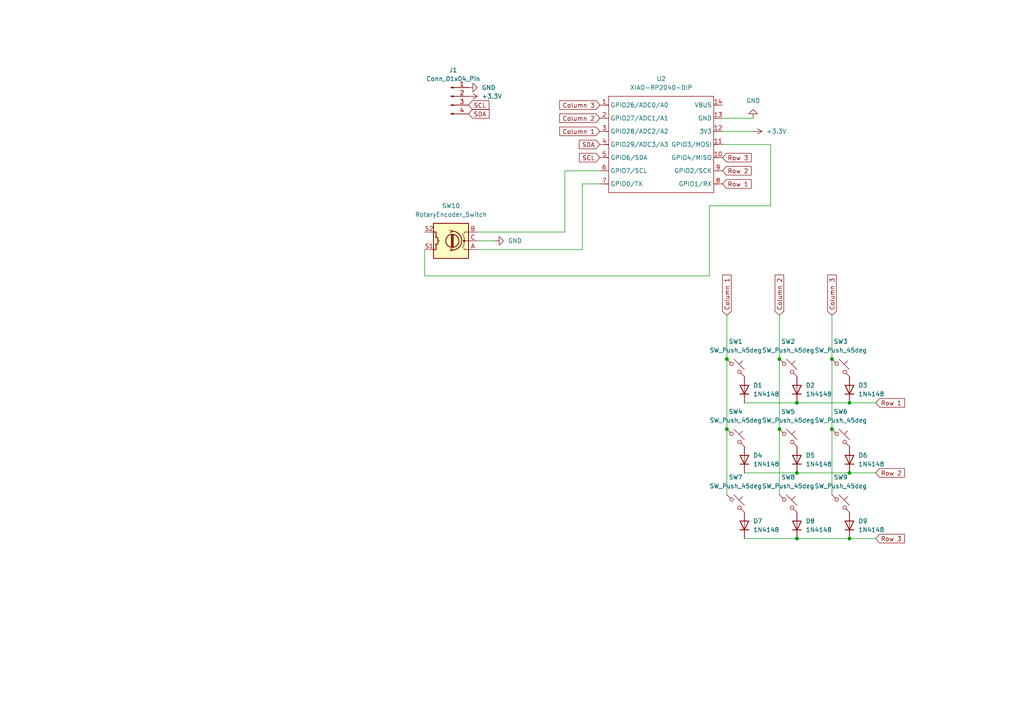
<source format=kicad_sch>
(kicad_sch
	(version 20231120)
	(generator "eeschema")
	(generator_version "8.0")
	(uuid "24e98e3e-f187-44d4-9521-89bc84b9133a")
	(paper "A4")
	(lib_symbols
		(symbol "Connector:Conn_01x04_Pin"
			(pin_names
				(offset 1.016) hide)
			(exclude_from_sim no)
			(in_bom yes)
			(on_board yes)
			(property "Reference" "J"
				(at 0 5.08 0)
				(effects
					(font
						(size 1.27 1.27)
					)
				)
			)
			(property "Value" "Conn_01x04_Pin"
				(at 0 -7.62 0)
				(effects
					(font
						(size 1.27 1.27)
					)
				)
			)
			(property "Footprint" ""
				(at 0 0 0)
				(effects
					(font
						(size 1.27 1.27)
					)
					(hide yes)
				)
			)
			(property "Datasheet" "~"
				(at 0 0 0)
				(effects
					(font
						(size 1.27 1.27)
					)
					(hide yes)
				)
			)
			(property "Description" "Generic connector, single row, 01x04, script generated"
				(at 0 0 0)
				(effects
					(font
						(size 1.27 1.27)
					)
					(hide yes)
				)
			)
			(property "ki_locked" ""
				(at 0 0 0)
				(effects
					(font
						(size 1.27 1.27)
					)
				)
			)
			(property "ki_keywords" "connector"
				(at 0 0 0)
				(effects
					(font
						(size 1.27 1.27)
					)
					(hide yes)
				)
			)
			(property "ki_fp_filters" "Connector*:*_1x??_*"
				(at 0 0 0)
				(effects
					(font
						(size 1.27 1.27)
					)
					(hide yes)
				)
			)
			(symbol "Conn_01x04_Pin_1_1"
				(polyline
					(pts
						(xy 1.27 -5.08) (xy 0.8636 -5.08)
					)
					(stroke
						(width 0.1524)
						(type default)
					)
					(fill
						(type none)
					)
				)
				(polyline
					(pts
						(xy 1.27 -2.54) (xy 0.8636 -2.54)
					)
					(stroke
						(width 0.1524)
						(type default)
					)
					(fill
						(type none)
					)
				)
				(polyline
					(pts
						(xy 1.27 0) (xy 0.8636 0)
					)
					(stroke
						(width 0.1524)
						(type default)
					)
					(fill
						(type none)
					)
				)
				(polyline
					(pts
						(xy 1.27 2.54) (xy 0.8636 2.54)
					)
					(stroke
						(width 0.1524)
						(type default)
					)
					(fill
						(type none)
					)
				)
				(rectangle
					(start 0.8636 -4.953)
					(end 0 -5.207)
					(stroke
						(width 0.1524)
						(type default)
					)
					(fill
						(type outline)
					)
				)
				(rectangle
					(start 0.8636 -2.413)
					(end 0 -2.667)
					(stroke
						(width 0.1524)
						(type default)
					)
					(fill
						(type outline)
					)
				)
				(rectangle
					(start 0.8636 0.127)
					(end 0 -0.127)
					(stroke
						(width 0.1524)
						(type default)
					)
					(fill
						(type outline)
					)
				)
				(rectangle
					(start 0.8636 2.667)
					(end 0 2.413)
					(stroke
						(width 0.1524)
						(type default)
					)
					(fill
						(type outline)
					)
				)
				(pin passive line
					(at 5.08 2.54 180)
					(length 3.81)
					(name "Pin_1"
						(effects
							(font
								(size 1.27 1.27)
							)
						)
					)
					(number "1"
						(effects
							(font
								(size 1.27 1.27)
							)
						)
					)
				)
				(pin passive line
					(at 5.08 0 180)
					(length 3.81)
					(name "Pin_2"
						(effects
							(font
								(size 1.27 1.27)
							)
						)
					)
					(number "2"
						(effects
							(font
								(size 1.27 1.27)
							)
						)
					)
				)
				(pin passive line
					(at 5.08 -2.54 180)
					(length 3.81)
					(name "Pin_3"
						(effects
							(font
								(size 1.27 1.27)
							)
						)
					)
					(number "3"
						(effects
							(font
								(size 1.27 1.27)
							)
						)
					)
				)
				(pin passive line
					(at 5.08 -5.08 180)
					(length 3.81)
					(name "Pin_4"
						(effects
							(font
								(size 1.27 1.27)
							)
						)
					)
					(number "4"
						(effects
							(font
								(size 1.27 1.27)
							)
						)
					)
				)
			)
		)
		(symbol "Device:RotaryEncoder_Switch"
			(pin_names
				(offset 0.254) hide)
			(exclude_from_sim no)
			(in_bom yes)
			(on_board yes)
			(property "Reference" "SW"
				(at 0 6.604 0)
				(effects
					(font
						(size 1.27 1.27)
					)
				)
			)
			(property "Value" "RotaryEncoder_Switch"
				(at 0 -6.604 0)
				(effects
					(font
						(size 1.27 1.27)
					)
				)
			)
			(property "Footprint" ""
				(at -3.81 4.064 0)
				(effects
					(font
						(size 1.27 1.27)
					)
					(hide yes)
				)
			)
			(property "Datasheet" "~"
				(at 0 6.604 0)
				(effects
					(font
						(size 1.27 1.27)
					)
					(hide yes)
				)
			)
			(property "Description" "Rotary encoder, dual channel, incremental quadrate outputs, with switch"
				(at 0 0 0)
				(effects
					(font
						(size 1.27 1.27)
					)
					(hide yes)
				)
			)
			(property "ki_keywords" "rotary switch encoder switch push button"
				(at 0 0 0)
				(effects
					(font
						(size 1.27 1.27)
					)
					(hide yes)
				)
			)
			(property "ki_fp_filters" "RotaryEncoder*Switch*"
				(at 0 0 0)
				(effects
					(font
						(size 1.27 1.27)
					)
					(hide yes)
				)
			)
			(symbol "RotaryEncoder_Switch_0_1"
				(rectangle
					(start -5.08 5.08)
					(end 5.08 -5.08)
					(stroke
						(width 0.254)
						(type default)
					)
					(fill
						(type background)
					)
				)
				(circle
					(center -3.81 0)
					(radius 0.254)
					(stroke
						(width 0)
						(type default)
					)
					(fill
						(type outline)
					)
				)
				(circle
					(center -0.381 0)
					(radius 1.905)
					(stroke
						(width 0.254)
						(type default)
					)
					(fill
						(type none)
					)
				)
				(arc
					(start -0.381 2.667)
					(mid -3.0988 -0.0635)
					(end -0.381 -2.794)
					(stroke
						(width 0.254)
						(type default)
					)
					(fill
						(type none)
					)
				)
				(polyline
					(pts
						(xy -0.635 -1.778) (xy -0.635 1.778)
					)
					(stroke
						(width 0.254)
						(type default)
					)
					(fill
						(type none)
					)
				)
				(polyline
					(pts
						(xy -0.381 -1.778) (xy -0.381 1.778)
					)
					(stroke
						(width 0.254)
						(type default)
					)
					(fill
						(type none)
					)
				)
				(polyline
					(pts
						(xy -0.127 1.778) (xy -0.127 -1.778)
					)
					(stroke
						(width 0.254)
						(type default)
					)
					(fill
						(type none)
					)
				)
				(polyline
					(pts
						(xy 3.81 0) (xy 3.429 0)
					)
					(stroke
						(width 0.254)
						(type default)
					)
					(fill
						(type none)
					)
				)
				(polyline
					(pts
						(xy 3.81 1.016) (xy 3.81 -1.016)
					)
					(stroke
						(width 0.254)
						(type default)
					)
					(fill
						(type none)
					)
				)
				(polyline
					(pts
						(xy -5.08 -2.54) (xy -3.81 -2.54) (xy -3.81 -2.032)
					)
					(stroke
						(width 0)
						(type default)
					)
					(fill
						(type none)
					)
				)
				(polyline
					(pts
						(xy -5.08 2.54) (xy -3.81 2.54) (xy -3.81 2.032)
					)
					(stroke
						(width 0)
						(type default)
					)
					(fill
						(type none)
					)
				)
				(polyline
					(pts
						(xy 0.254 -3.048) (xy -0.508 -2.794) (xy 0.127 -2.413)
					)
					(stroke
						(width 0.254)
						(type default)
					)
					(fill
						(type none)
					)
				)
				(polyline
					(pts
						(xy 0.254 2.921) (xy -0.508 2.667) (xy 0.127 2.286)
					)
					(stroke
						(width 0.254)
						(type default)
					)
					(fill
						(type none)
					)
				)
				(polyline
					(pts
						(xy 5.08 -2.54) (xy 4.318 -2.54) (xy 4.318 -1.016)
					)
					(stroke
						(width 0.254)
						(type default)
					)
					(fill
						(type none)
					)
				)
				(polyline
					(pts
						(xy 5.08 2.54) (xy 4.318 2.54) (xy 4.318 1.016)
					)
					(stroke
						(width 0.254)
						(type default)
					)
					(fill
						(type none)
					)
				)
				(polyline
					(pts
						(xy -5.08 0) (xy -3.81 0) (xy -3.81 -1.016) (xy -3.302 -2.032)
					)
					(stroke
						(width 0)
						(type default)
					)
					(fill
						(type none)
					)
				)
				(polyline
					(pts
						(xy -4.318 0) (xy -3.81 0) (xy -3.81 1.016) (xy -3.302 2.032)
					)
					(stroke
						(width 0)
						(type default)
					)
					(fill
						(type none)
					)
				)
				(circle
					(center 4.318 -1.016)
					(radius 0.127)
					(stroke
						(width 0.254)
						(type default)
					)
					(fill
						(type none)
					)
				)
				(circle
					(center 4.318 1.016)
					(radius 0.127)
					(stroke
						(width 0.254)
						(type default)
					)
					(fill
						(type none)
					)
				)
			)
			(symbol "RotaryEncoder_Switch_1_1"
				(pin passive line
					(at -7.62 2.54 0)
					(length 2.54)
					(name "A"
						(effects
							(font
								(size 1.27 1.27)
							)
						)
					)
					(number "A"
						(effects
							(font
								(size 1.27 1.27)
							)
						)
					)
				)
				(pin passive line
					(at -7.62 -2.54 0)
					(length 2.54)
					(name "B"
						(effects
							(font
								(size 1.27 1.27)
							)
						)
					)
					(number "B"
						(effects
							(font
								(size 1.27 1.27)
							)
						)
					)
				)
				(pin passive line
					(at -7.62 0 0)
					(length 2.54)
					(name "C"
						(effects
							(font
								(size 1.27 1.27)
							)
						)
					)
					(number "C"
						(effects
							(font
								(size 1.27 1.27)
							)
						)
					)
				)
				(pin passive line
					(at 7.62 2.54 180)
					(length 2.54)
					(name "S1"
						(effects
							(font
								(size 1.27 1.27)
							)
						)
					)
					(number "S1"
						(effects
							(font
								(size 1.27 1.27)
							)
						)
					)
				)
				(pin passive line
					(at 7.62 -2.54 180)
					(length 2.54)
					(name "S2"
						(effects
							(font
								(size 1.27 1.27)
							)
						)
					)
					(number "S2"
						(effects
							(font
								(size 1.27 1.27)
							)
						)
					)
				)
			)
		)
		(symbol "Diode:1N4148"
			(pin_numbers hide)
			(pin_names hide)
			(exclude_from_sim no)
			(in_bom yes)
			(on_board yes)
			(property "Reference" "D"
				(at 0 2.54 0)
				(effects
					(font
						(size 1.27 1.27)
					)
				)
			)
			(property "Value" "1N4148"
				(at 0 -2.54 0)
				(effects
					(font
						(size 1.27 1.27)
					)
				)
			)
			(property "Footprint" "Diode_THT:D_DO-35_SOD27_P7.62mm_Horizontal"
				(at 0 0 0)
				(effects
					(font
						(size 1.27 1.27)
					)
					(hide yes)
				)
			)
			(property "Datasheet" "https://assets.nexperia.com/documents/data-sheet/1N4148_1N4448.pdf"
				(at 0 0 0)
				(effects
					(font
						(size 1.27 1.27)
					)
					(hide yes)
				)
			)
			(property "Description" "100V 0.15A standard switching diode, DO-35"
				(at 0 0 0)
				(effects
					(font
						(size 1.27 1.27)
					)
					(hide yes)
				)
			)
			(property "Sim.Device" "D"
				(at 0 0 0)
				(effects
					(font
						(size 1.27 1.27)
					)
					(hide yes)
				)
			)
			(property "Sim.Pins" "1=K 2=A"
				(at 0 0 0)
				(effects
					(font
						(size 1.27 1.27)
					)
					(hide yes)
				)
			)
			(property "ki_keywords" "diode"
				(at 0 0 0)
				(effects
					(font
						(size 1.27 1.27)
					)
					(hide yes)
				)
			)
			(property "ki_fp_filters" "D*DO?35*"
				(at 0 0 0)
				(effects
					(font
						(size 1.27 1.27)
					)
					(hide yes)
				)
			)
			(symbol "1N4148_0_1"
				(polyline
					(pts
						(xy -1.27 1.27) (xy -1.27 -1.27)
					)
					(stroke
						(width 0.254)
						(type default)
					)
					(fill
						(type none)
					)
				)
				(polyline
					(pts
						(xy 1.27 0) (xy -1.27 0)
					)
					(stroke
						(width 0)
						(type default)
					)
					(fill
						(type none)
					)
				)
				(polyline
					(pts
						(xy 1.27 1.27) (xy 1.27 -1.27) (xy -1.27 0) (xy 1.27 1.27)
					)
					(stroke
						(width 0.254)
						(type default)
					)
					(fill
						(type none)
					)
				)
			)
			(symbol "1N4148_1_1"
				(pin passive line
					(at -3.81 0 0)
					(length 2.54)
					(name "K"
						(effects
							(font
								(size 1.27 1.27)
							)
						)
					)
					(number "1"
						(effects
							(font
								(size 1.27 1.27)
							)
						)
					)
				)
				(pin passive line
					(at 3.81 0 180)
					(length 2.54)
					(name "A"
						(effects
							(font
								(size 1.27 1.27)
							)
						)
					)
					(number "2"
						(effects
							(font
								(size 1.27 1.27)
							)
						)
					)
				)
			)
		)
		(symbol "Seeed_Studio_XIAO_Series:XIAO-RP2040-DIP"
			(exclude_from_sim no)
			(in_bom yes)
			(on_board yes)
			(property "Reference" "U"
				(at 0 0 0)
				(effects
					(font
						(size 1.27 1.27)
					)
				)
			)
			(property "Value" "XIAO-RP2040-DIP"
				(at 5.334 -1.778 0)
				(effects
					(font
						(size 1.27 1.27)
					)
				)
			)
			(property "Footprint" "Module:MOUDLE14P-XIAO-DIP-SMD"
				(at 14.478 -32.258 0)
				(effects
					(font
						(size 1.27 1.27)
					)
					(hide yes)
				)
			)
			(property "Datasheet" ""
				(at 0 0 0)
				(effects
					(font
						(size 1.27 1.27)
					)
					(hide yes)
				)
			)
			(property "Description" ""
				(at 0 0 0)
				(effects
					(font
						(size 1.27 1.27)
					)
					(hide yes)
				)
			)
			(symbol "XIAO-RP2040-DIP_1_0"
				(polyline
					(pts
						(xy -1.27 -30.48) (xy -1.27 -16.51)
					)
					(stroke
						(width 0.1524)
						(type solid)
					)
					(fill
						(type none)
					)
				)
				(polyline
					(pts
						(xy -1.27 -27.94) (xy -2.54 -27.94)
					)
					(stroke
						(width 0.1524)
						(type solid)
					)
					(fill
						(type none)
					)
				)
				(polyline
					(pts
						(xy -1.27 -24.13) (xy -2.54 -24.13)
					)
					(stroke
						(width 0.1524)
						(type solid)
					)
					(fill
						(type none)
					)
				)
				(polyline
					(pts
						(xy -1.27 -20.32) (xy -2.54 -20.32)
					)
					(stroke
						(width 0.1524)
						(type solid)
					)
					(fill
						(type none)
					)
				)
				(polyline
					(pts
						(xy -1.27 -16.51) (xy -2.54 -16.51)
					)
					(stroke
						(width 0.1524)
						(type solid)
					)
					(fill
						(type none)
					)
				)
				(polyline
					(pts
						(xy -1.27 -16.51) (xy -1.27 -12.7)
					)
					(stroke
						(width 0.1524)
						(type solid)
					)
					(fill
						(type none)
					)
				)
				(polyline
					(pts
						(xy -1.27 -12.7) (xy -2.54 -12.7)
					)
					(stroke
						(width 0.1524)
						(type solid)
					)
					(fill
						(type none)
					)
				)
				(polyline
					(pts
						(xy -1.27 -12.7) (xy -1.27 -8.89)
					)
					(stroke
						(width 0.1524)
						(type solid)
					)
					(fill
						(type none)
					)
				)
				(polyline
					(pts
						(xy -1.27 -8.89) (xy -2.54 -8.89)
					)
					(stroke
						(width 0.1524)
						(type solid)
					)
					(fill
						(type none)
					)
				)
				(polyline
					(pts
						(xy -1.27 -8.89) (xy -1.27 -5.08)
					)
					(stroke
						(width 0.1524)
						(type solid)
					)
					(fill
						(type none)
					)
				)
				(polyline
					(pts
						(xy -1.27 -5.08) (xy -2.54 -5.08)
					)
					(stroke
						(width 0.1524)
						(type solid)
					)
					(fill
						(type none)
					)
				)
				(polyline
					(pts
						(xy -1.27 -5.08) (xy -1.27 -2.54)
					)
					(stroke
						(width 0.1524)
						(type solid)
					)
					(fill
						(type none)
					)
				)
				(polyline
					(pts
						(xy -1.27 -2.54) (xy 29.21 -2.54)
					)
					(stroke
						(width 0.1524)
						(type solid)
					)
					(fill
						(type none)
					)
				)
				(polyline
					(pts
						(xy 29.21 -30.48) (xy -1.27 -30.48)
					)
					(stroke
						(width 0.1524)
						(type solid)
					)
					(fill
						(type none)
					)
				)
				(polyline
					(pts
						(xy 29.21 -12.7) (xy 29.21 -30.48)
					)
					(stroke
						(width 0.1524)
						(type solid)
					)
					(fill
						(type none)
					)
				)
				(polyline
					(pts
						(xy 29.21 -8.89) (xy 29.21 -12.7)
					)
					(stroke
						(width 0.1524)
						(type solid)
					)
					(fill
						(type none)
					)
				)
				(polyline
					(pts
						(xy 29.21 -5.08) (xy 29.21 -8.89)
					)
					(stroke
						(width 0.1524)
						(type solid)
					)
					(fill
						(type none)
					)
				)
				(polyline
					(pts
						(xy 29.21 -2.54) (xy 29.21 -5.08)
					)
					(stroke
						(width 0.1524)
						(type solid)
					)
					(fill
						(type none)
					)
				)
				(polyline
					(pts
						(xy 30.48 -27.94) (xy 29.21 -27.94)
					)
					(stroke
						(width 0.1524)
						(type solid)
					)
					(fill
						(type none)
					)
				)
				(polyline
					(pts
						(xy 30.48 -24.13) (xy 29.21 -24.13)
					)
					(stroke
						(width 0.1524)
						(type solid)
					)
					(fill
						(type none)
					)
				)
				(polyline
					(pts
						(xy 30.48 -20.32) (xy 29.21 -20.32)
					)
					(stroke
						(width 0.1524)
						(type solid)
					)
					(fill
						(type none)
					)
				)
				(polyline
					(pts
						(xy 30.48 -16.51) (xy 29.21 -16.51)
					)
					(stroke
						(width 0.1524)
						(type solid)
					)
					(fill
						(type none)
					)
				)
				(polyline
					(pts
						(xy 30.48 -12.7) (xy 29.21 -12.7)
					)
					(stroke
						(width 0.1524)
						(type solid)
					)
					(fill
						(type none)
					)
				)
				(polyline
					(pts
						(xy 30.48 -8.89) (xy 29.21 -8.89)
					)
					(stroke
						(width 0.1524)
						(type solid)
					)
					(fill
						(type none)
					)
				)
				(polyline
					(pts
						(xy 30.48 -5.08) (xy 29.21 -5.08)
					)
					(stroke
						(width 0.1524)
						(type solid)
					)
					(fill
						(type none)
					)
				)
				(pin passive line
					(at -3.81 -5.08 0)
					(length 2.54)
					(name "GPIO26/ADC0/A0"
						(effects
							(font
								(size 1.27 1.27)
							)
						)
					)
					(number "1"
						(effects
							(font
								(size 1.27 1.27)
							)
						)
					)
				)
				(pin passive line
					(at 31.75 -20.32 180)
					(length 2.54)
					(name "GPIO4/MISO"
						(effects
							(font
								(size 1.27 1.27)
							)
						)
					)
					(number "10"
						(effects
							(font
								(size 1.27 1.27)
							)
						)
					)
				)
				(pin passive line
					(at 31.75 -16.51 180)
					(length 2.54)
					(name "GPIO3/MOSI"
						(effects
							(font
								(size 1.27 1.27)
							)
						)
					)
					(number "11"
						(effects
							(font
								(size 1.27 1.27)
							)
						)
					)
				)
				(pin passive line
					(at 31.75 -12.7 180)
					(length 2.54)
					(name "3V3"
						(effects
							(font
								(size 1.27 1.27)
							)
						)
					)
					(number "12"
						(effects
							(font
								(size 1.27 1.27)
							)
						)
					)
				)
				(pin passive line
					(at 31.75 -8.89 180)
					(length 2.54)
					(name "GND"
						(effects
							(font
								(size 1.27 1.27)
							)
						)
					)
					(number "13"
						(effects
							(font
								(size 1.27 1.27)
							)
						)
					)
				)
				(pin passive line
					(at 31.75 -5.08 180)
					(length 2.54)
					(name "VBUS"
						(effects
							(font
								(size 1.27 1.27)
							)
						)
					)
					(number "14"
						(effects
							(font
								(size 1.27 1.27)
							)
						)
					)
				)
				(pin passive line
					(at -3.81 -8.89 0)
					(length 2.54)
					(name "GPIO27/ADC1/A1"
						(effects
							(font
								(size 1.27 1.27)
							)
						)
					)
					(number "2"
						(effects
							(font
								(size 1.27 1.27)
							)
						)
					)
				)
				(pin passive line
					(at -3.81 -12.7 0)
					(length 2.54)
					(name "GPIO28/ADC2/A2"
						(effects
							(font
								(size 1.27 1.27)
							)
						)
					)
					(number "3"
						(effects
							(font
								(size 1.27 1.27)
							)
						)
					)
				)
				(pin passive line
					(at -3.81 -16.51 0)
					(length 2.54)
					(name "GPIO29/ADC3/A3"
						(effects
							(font
								(size 1.27 1.27)
							)
						)
					)
					(number "4"
						(effects
							(font
								(size 1.27 1.27)
							)
						)
					)
				)
				(pin passive line
					(at -3.81 -20.32 0)
					(length 2.54)
					(name "GPIO6/SDA"
						(effects
							(font
								(size 1.27 1.27)
							)
						)
					)
					(number "5"
						(effects
							(font
								(size 1.27 1.27)
							)
						)
					)
				)
				(pin passive line
					(at -3.81 -24.13 0)
					(length 2.54)
					(name "GPIO7/SCL"
						(effects
							(font
								(size 1.27 1.27)
							)
						)
					)
					(number "6"
						(effects
							(font
								(size 1.27 1.27)
							)
						)
					)
				)
				(pin passive line
					(at -3.81 -27.94 0)
					(length 2.54)
					(name "GPIO0/TX"
						(effects
							(font
								(size 1.27 1.27)
							)
						)
					)
					(number "7"
						(effects
							(font
								(size 1.27 1.27)
							)
						)
					)
				)
				(pin passive line
					(at 31.75 -27.94 180)
					(length 2.54)
					(name "GPIO1/RX"
						(effects
							(font
								(size 1.27 1.27)
							)
						)
					)
					(number "8"
						(effects
							(font
								(size 1.27 1.27)
							)
						)
					)
				)
				(pin passive line
					(at 31.75 -24.13 180)
					(length 2.54)
					(name "GPIO2/SCK"
						(effects
							(font
								(size 1.27 1.27)
							)
						)
					)
					(number "9"
						(effects
							(font
								(size 1.27 1.27)
							)
						)
					)
				)
			)
		)
		(symbol "Switch:SW_Push_45deg"
			(pin_numbers hide)
			(pin_names
				(offset 1.016) hide)
			(exclude_from_sim no)
			(in_bom yes)
			(on_board yes)
			(property "Reference" "SW"
				(at 3.048 1.016 0)
				(effects
					(font
						(size 1.27 1.27)
					)
					(justify left)
				)
			)
			(property "Value" "SW_Push_45deg"
				(at 0 -3.81 0)
				(effects
					(font
						(size 1.27 1.27)
					)
				)
			)
			(property "Footprint" ""
				(at 0 0 0)
				(effects
					(font
						(size 1.27 1.27)
					)
					(hide yes)
				)
			)
			(property "Datasheet" "~"
				(at 0 0 0)
				(effects
					(font
						(size 1.27 1.27)
					)
					(hide yes)
				)
			)
			(property "Description" "Push button switch, normally open, two pins, 45° tilted"
				(at 0 0 0)
				(effects
					(font
						(size 1.27 1.27)
					)
					(hide yes)
				)
			)
			(property "ki_keywords" "switch normally-open pushbutton push-button"
				(at 0 0 0)
				(effects
					(font
						(size 1.27 1.27)
					)
					(hide yes)
				)
			)
			(symbol "SW_Push_45deg_0_1"
				(circle
					(center -1.1684 1.1684)
					(radius 0.508)
					(stroke
						(width 0)
						(type default)
					)
					(fill
						(type none)
					)
				)
				(polyline
					(pts
						(xy -0.508 2.54) (xy 2.54 -0.508)
					)
					(stroke
						(width 0)
						(type default)
					)
					(fill
						(type none)
					)
				)
				(polyline
					(pts
						(xy 1.016 1.016) (xy 2.032 2.032)
					)
					(stroke
						(width 0)
						(type default)
					)
					(fill
						(type none)
					)
				)
				(polyline
					(pts
						(xy -2.54 2.54) (xy -1.524 1.524) (xy -1.524 1.524)
					)
					(stroke
						(width 0)
						(type default)
					)
					(fill
						(type none)
					)
				)
				(polyline
					(pts
						(xy 1.524 -1.524) (xy 2.54 -2.54) (xy 2.54 -2.54) (xy 2.54 -2.54)
					)
					(stroke
						(width 0)
						(type default)
					)
					(fill
						(type none)
					)
				)
				(circle
					(center 1.143 -1.1938)
					(radius 0.508)
					(stroke
						(width 0)
						(type default)
					)
					(fill
						(type none)
					)
				)
				(pin passive line
					(at -2.54 2.54 0)
					(length 0)
					(name "1"
						(effects
							(font
								(size 1.27 1.27)
							)
						)
					)
					(number "1"
						(effects
							(font
								(size 1.27 1.27)
							)
						)
					)
				)
				(pin passive line
					(at 2.54 -2.54 180)
					(length 0)
					(name "2"
						(effects
							(font
								(size 1.27 1.27)
							)
						)
					)
					(number "2"
						(effects
							(font
								(size 1.27 1.27)
							)
						)
					)
				)
			)
		)
		(symbol "power:+3.3V"
			(power)
			(pin_numbers hide)
			(pin_names
				(offset 0) hide)
			(exclude_from_sim no)
			(in_bom yes)
			(on_board yes)
			(property "Reference" "#PWR"
				(at 0 -3.81 0)
				(effects
					(font
						(size 1.27 1.27)
					)
					(hide yes)
				)
			)
			(property "Value" "+3.3V"
				(at 0 3.556 0)
				(effects
					(font
						(size 1.27 1.27)
					)
				)
			)
			(property "Footprint" ""
				(at 0 0 0)
				(effects
					(font
						(size 1.27 1.27)
					)
					(hide yes)
				)
			)
			(property "Datasheet" ""
				(at 0 0 0)
				(effects
					(font
						(size 1.27 1.27)
					)
					(hide yes)
				)
			)
			(property "Description" "Power symbol creates a global label with name \"+3.3V\""
				(at 0 0 0)
				(effects
					(font
						(size 1.27 1.27)
					)
					(hide yes)
				)
			)
			(property "ki_keywords" "global power"
				(at 0 0 0)
				(effects
					(font
						(size 1.27 1.27)
					)
					(hide yes)
				)
			)
			(symbol "+3.3V_0_1"
				(polyline
					(pts
						(xy -0.762 1.27) (xy 0 2.54)
					)
					(stroke
						(width 0)
						(type default)
					)
					(fill
						(type none)
					)
				)
				(polyline
					(pts
						(xy 0 0) (xy 0 2.54)
					)
					(stroke
						(width 0)
						(type default)
					)
					(fill
						(type none)
					)
				)
				(polyline
					(pts
						(xy 0 2.54) (xy 0.762 1.27)
					)
					(stroke
						(width 0)
						(type default)
					)
					(fill
						(type none)
					)
				)
			)
			(symbol "+3.3V_1_1"
				(pin power_in line
					(at 0 0 90)
					(length 0)
					(name "~"
						(effects
							(font
								(size 1.27 1.27)
							)
						)
					)
					(number "1"
						(effects
							(font
								(size 1.27 1.27)
							)
						)
					)
				)
			)
		)
		(symbol "power:GND"
			(power)
			(pin_numbers hide)
			(pin_names
				(offset 0) hide)
			(exclude_from_sim no)
			(in_bom yes)
			(on_board yes)
			(property "Reference" "#PWR"
				(at 0 -6.35 0)
				(effects
					(font
						(size 1.27 1.27)
					)
					(hide yes)
				)
			)
			(property "Value" "GND"
				(at 0 -3.81 0)
				(effects
					(font
						(size 1.27 1.27)
					)
				)
			)
			(property "Footprint" ""
				(at 0 0 0)
				(effects
					(font
						(size 1.27 1.27)
					)
					(hide yes)
				)
			)
			(property "Datasheet" ""
				(at 0 0 0)
				(effects
					(font
						(size 1.27 1.27)
					)
					(hide yes)
				)
			)
			(property "Description" "Power symbol creates a global label with name \"GND\" , ground"
				(at 0 0 0)
				(effects
					(font
						(size 1.27 1.27)
					)
					(hide yes)
				)
			)
			(property "ki_keywords" "global power"
				(at 0 0 0)
				(effects
					(font
						(size 1.27 1.27)
					)
					(hide yes)
				)
			)
			(symbol "GND_0_1"
				(polyline
					(pts
						(xy 0 0) (xy 0 -1.27) (xy 1.27 -1.27) (xy 0 -2.54) (xy -1.27 -1.27) (xy 0 -1.27)
					)
					(stroke
						(width 0)
						(type default)
					)
					(fill
						(type none)
					)
				)
			)
			(symbol "GND_1_1"
				(pin power_in line
					(at 0 0 270)
					(length 0)
					(name "~"
						(effects
							(font
								(size 1.27 1.27)
							)
						)
					)
					(number "1"
						(effects
							(font
								(size 1.27 1.27)
							)
						)
					)
				)
			)
		)
	)
	(junction
		(at 231.14 137.16)
		(diameter 0)
		(color 0 0 0 0)
		(uuid "02f9dccc-b1b8-4fb5-a166-66dd00672bc8")
	)
	(junction
		(at 226.06 124.46)
		(diameter 0)
		(color 0 0 0 0)
		(uuid "258d4fbe-a06a-4d33-a8af-eb8a0deb0718")
	)
	(junction
		(at 231.14 116.84)
		(diameter 0)
		(color 0 0 0 0)
		(uuid "3cfcc1e1-4c6e-41b9-8cda-baf92afcf66c")
	)
	(junction
		(at 241.3 124.46)
		(diameter 0)
		(color 0 0 0 0)
		(uuid "4333637c-5f6d-41c9-b813-4d4d3cf2cde0")
	)
	(junction
		(at 231.14 156.21)
		(diameter 0)
		(color 0 0 0 0)
		(uuid "63d40cbd-d59a-4761-9b33-af1dbd4c9d23")
	)
	(junction
		(at 246.38 137.16)
		(diameter 0)
		(color 0 0 0 0)
		(uuid "70381fe5-4572-4060-939a-1fd6077b3281")
	)
	(junction
		(at 210.82 104.14)
		(diameter 0)
		(color 0 0 0 0)
		(uuid "b38f6661-cbbe-419c-89b7-5a7e8ba0634d")
	)
	(junction
		(at 210.82 124.46)
		(diameter 0)
		(color 0 0 0 0)
		(uuid "b419139b-3fe2-45ab-8aa0-4392a1e745a6")
	)
	(junction
		(at 246.38 156.21)
		(diameter 0)
		(color 0 0 0 0)
		(uuid "b7ddf6bf-47b5-4b5b-8152-9ba210a3248d")
	)
	(junction
		(at 226.06 104.14)
		(diameter 0)
		(color 0 0 0 0)
		(uuid "b97fe7e2-200a-443c-a8a0-9e54f0617fcf")
	)
	(junction
		(at 241.3 104.14)
		(diameter 0)
		(color 0 0 0 0)
		(uuid "c6d112b7-4c13-4ea2-ac63-d16ce107321f")
	)
	(junction
		(at 246.38 116.84)
		(diameter 0)
		(color 0 0 0 0)
		(uuid "edfc36c9-f85b-41d5-83d9-43b592f60073")
	)
	(wire
		(pts
			(xy 209.55 38.1) (xy 218.44 38.1)
		)
		(stroke
			(width 0)
			(type default)
		)
		(uuid "0271fe99-1c6a-49d0-a3f3-2766adf42b1e")
	)
	(wire
		(pts
			(xy 241.3 91.44) (xy 241.3 104.14)
		)
		(stroke
			(width 0)
			(type default)
		)
		(uuid "0c59e571-26b7-44e1-8571-dc9101e3dbd7")
	)
	(wire
		(pts
			(xy 246.38 137.16) (xy 254 137.16)
		)
		(stroke
			(width 0)
			(type default)
		)
		(uuid "1ecee2f3-3dd4-414a-95b0-14b06d7c2290")
	)
	(wire
		(pts
			(xy 215.9 156.21) (xy 231.14 156.21)
		)
		(stroke
			(width 0)
			(type default)
		)
		(uuid "24d9440c-4414-4087-afa5-8e794f634510")
	)
	(wire
		(pts
			(xy 210.82 104.14) (xy 210.82 124.46)
		)
		(stroke
			(width 0)
			(type default)
		)
		(uuid "306647a9-eabc-4cc2-8f44-54fa455a291f")
	)
	(wire
		(pts
			(xy 241.3 124.46) (xy 241.3 143.51)
		)
		(stroke
			(width 0)
			(type default)
		)
		(uuid "398dd398-4789-42e0-af4e-4e0929c71c47")
	)
	(wire
		(pts
			(xy 226.06 124.46) (xy 226.06 143.51)
		)
		(stroke
			(width 0)
			(type default)
		)
		(uuid "451c6f25-ae1f-4c77-b857-156522097177")
	)
	(wire
		(pts
			(xy 138.43 72.39) (xy 168.91 72.39)
		)
		(stroke
			(width 0)
			(type default)
		)
		(uuid "542dd7b4-0a21-4ee6-b8ca-4a1b5a074ad3")
	)
	(wire
		(pts
			(xy 168.91 53.34) (xy 173.99 53.34)
		)
		(stroke
			(width 0)
			(type default)
		)
		(uuid "6726711f-cae3-4af2-9de6-626bd1dc9def")
	)
	(wire
		(pts
			(xy 143.51 69.85) (xy 138.43 69.85)
		)
		(stroke
			(width 0)
			(type default)
		)
		(uuid "6f63ea2a-1c29-4706-b95c-73f4a9ee4503")
	)
	(wire
		(pts
			(xy 226.06 91.44) (xy 226.06 104.14)
		)
		(stroke
			(width 0)
			(type default)
		)
		(uuid "75ae0f56-7b89-4fab-a7af-f3e04eca2dfd")
	)
	(wire
		(pts
			(xy 215.9 116.84) (xy 231.14 116.84)
		)
		(stroke
			(width 0)
			(type default)
		)
		(uuid "78212c26-d958-445f-b8c0-9fac654e1364")
	)
	(wire
		(pts
			(xy 210.82 91.44) (xy 210.82 104.14)
		)
		(stroke
			(width 0)
			(type default)
		)
		(uuid "7ddc8617-0d91-4e43-8636-3322d223e7ab")
	)
	(wire
		(pts
			(xy 231.14 156.21) (xy 246.38 156.21)
		)
		(stroke
			(width 0)
			(type default)
		)
		(uuid "831ed91f-8938-4ebb-8e7b-69b6ca543f5a")
	)
	(wire
		(pts
			(xy 246.38 156.21) (xy 254 156.21)
		)
		(stroke
			(width 0)
			(type default)
		)
		(uuid "83b75e7a-f573-45b6-b549-0f0301538da6")
	)
	(wire
		(pts
			(xy 163.83 49.53) (xy 163.83 67.31)
		)
		(stroke
			(width 0)
			(type default)
		)
		(uuid "8460ce57-e2b9-4d1b-a2a6-8fa464555ebb")
	)
	(wire
		(pts
			(xy 218.44 34.29) (xy 209.55 34.29)
		)
		(stroke
			(width 0)
			(type default)
		)
		(uuid "8471e025-b0a4-4d16-a6a7-cbca29dbf0a0")
	)
	(wire
		(pts
			(xy 231.14 116.84) (xy 246.38 116.84)
		)
		(stroke
			(width 0)
			(type default)
		)
		(uuid "8ae3fddd-9d7f-449f-a87a-1330f514ab3c")
	)
	(wire
		(pts
			(xy 231.14 137.16) (xy 246.38 137.16)
		)
		(stroke
			(width 0)
			(type default)
		)
		(uuid "91c09a24-3d0e-466a-8aa4-2ae1f692cbc1")
	)
	(wire
		(pts
			(xy 163.83 49.53) (xy 173.99 49.53)
		)
		(stroke
			(width 0)
			(type default)
		)
		(uuid "9e26e0aa-5b0f-48f0-af11-6c79f8eb27cf")
	)
	(wire
		(pts
			(xy 205.74 80.01) (xy 205.74 59.69)
		)
		(stroke
			(width 0)
			(type default)
		)
		(uuid "a1c5f4e1-a8f9-4485-b5ac-6ab347d9e07f")
	)
	(wire
		(pts
			(xy 138.43 67.31) (xy 163.83 67.31)
		)
		(stroke
			(width 0)
			(type default)
		)
		(uuid "ab9ceb9c-27d5-4329-b9f4-452b92a98dd6")
	)
	(wire
		(pts
			(xy 123.19 80.01) (xy 205.74 80.01)
		)
		(stroke
			(width 0)
			(type default)
		)
		(uuid "b19021b2-3ab1-438e-8a10-47978eb052e9")
	)
	(wire
		(pts
			(xy 123.19 72.39) (xy 123.19 80.01)
		)
		(stroke
			(width 0)
			(type default)
		)
		(uuid "b1d3d789-f291-4098-976c-516d6e045919")
	)
	(wire
		(pts
			(xy 223.52 41.91) (xy 209.55 41.91)
		)
		(stroke
			(width 0)
			(type default)
		)
		(uuid "bb28040e-03b6-4666-824c-794b88c3d887")
	)
	(wire
		(pts
			(xy 215.9 137.16) (xy 231.14 137.16)
		)
		(stroke
			(width 0)
			(type default)
		)
		(uuid "ca8b1e11-e02f-46b1-8548-767da4b5ab50")
	)
	(wire
		(pts
			(xy 205.74 59.69) (xy 223.52 59.69)
		)
		(stroke
			(width 0)
			(type default)
		)
		(uuid "ce72daa6-e6ba-4aad-a967-e0428efe61fc")
	)
	(wire
		(pts
			(xy 246.38 116.84) (xy 254 116.84)
		)
		(stroke
			(width 0)
			(type default)
		)
		(uuid "d92575e7-e240-428c-857a-d36fe3d96cfc")
	)
	(wire
		(pts
			(xy 223.52 59.69) (xy 223.52 41.91)
		)
		(stroke
			(width 0)
			(type default)
		)
		(uuid "e3428cde-2724-4017-bb64-36fd15eea107")
	)
	(wire
		(pts
			(xy 226.06 104.14) (xy 226.06 124.46)
		)
		(stroke
			(width 0)
			(type default)
		)
		(uuid "e83bff5d-c9e9-46ce-afd7-71ef52d3120d")
	)
	(wire
		(pts
			(xy 241.3 104.14) (xy 241.3 124.46)
		)
		(stroke
			(width 0)
			(type default)
		)
		(uuid "e95d3d75-8496-473d-93ac-c0e7f58b526d")
	)
	(wire
		(pts
			(xy 168.91 72.39) (xy 168.91 53.34)
		)
		(stroke
			(width 0)
			(type default)
		)
		(uuid "eaf49fec-3711-4777-b496-8a913832cbc6")
	)
	(wire
		(pts
			(xy 210.82 124.46) (xy 210.82 143.51)
		)
		(stroke
			(width 0)
			(type default)
		)
		(uuid "efad09da-0589-49a4-a97b-4fcfdf097c84")
	)
	(global_label "Column 2"
		(shape input)
		(at 173.99 34.29 180)
		(fields_autoplaced yes)
		(effects
			(font
				(size 1.27 1.27)
			)
			(justify right)
		)
		(uuid "09f077f3-1216-495b-beba-93613e977a81")
		(property "Intersheetrefs" "${INTERSHEET_REFS}"
			(at 161.7522 34.29 0)
			(effects
				(font
					(size 1.27 1.27)
				)
				(justify right)
				(hide yes)
			)
		)
	)
	(global_label "Row 1"
		(shape input)
		(at 254 116.84 0)
		(fields_autoplaced yes)
		(effects
			(font
				(size 1.27 1.27)
			)
			(justify left)
		)
		(uuid "233b3210-e497-487f-9798-404ba2b4565d")
		(property "Intersheetrefs" "${INTERSHEET_REFS}"
			(at 262.9118 116.84 0)
			(effects
				(font
					(size 1.27 1.27)
				)
				(justify left)
				(hide yes)
			)
		)
	)
	(global_label "SCL"
		(shape input)
		(at 135.89 30.48 0)
		(fields_autoplaced yes)
		(effects
			(font
				(size 1.27 1.27)
			)
			(justify left)
		)
		(uuid "727f53f2-ed44-45fd-8aaa-1c9a62816569")
		(property "Intersheetrefs" "${INTERSHEET_REFS}"
			(at 142.3828 30.48 0)
			(effects
				(font
					(size 1.27 1.27)
				)
				(justify left)
				(hide yes)
			)
		)
	)
	(global_label "Column 1"
		(shape input)
		(at 210.82 91.44 90)
		(fields_autoplaced yes)
		(effects
			(font
				(size 1.27 1.27)
			)
			(justify left)
		)
		(uuid "77285144-6bad-4b5c-86c1-e7b4a29494cf")
		(property "Intersheetrefs" "${INTERSHEET_REFS}"
			(at 210.82 79.2022 90)
			(effects
				(font
					(size 1.27 1.27)
				)
				(justify left)
				(hide yes)
			)
		)
	)
	(global_label "SCL"
		(shape input)
		(at 173.99 45.72 180)
		(fields_autoplaced yes)
		(effects
			(font
				(size 1.27 1.27)
			)
			(justify right)
		)
		(uuid "8c88b3b8-1cfd-48ed-957d-9d45b8896bb1")
		(property "Intersheetrefs" "${INTERSHEET_REFS}"
			(at 167.4972 45.72 0)
			(effects
				(font
					(size 1.27 1.27)
				)
				(justify right)
				(hide yes)
			)
		)
	)
	(global_label "Row 2"
		(shape input)
		(at 254 137.16 0)
		(fields_autoplaced yes)
		(effects
			(font
				(size 1.27 1.27)
			)
			(justify left)
		)
		(uuid "908a1f5f-63ae-4a2e-be2f-5ea0171a10ef")
		(property "Intersheetrefs" "${INTERSHEET_REFS}"
			(at 262.9118 137.16 0)
			(effects
				(font
					(size 1.27 1.27)
				)
				(justify left)
				(hide yes)
			)
		)
	)
	(global_label "Row 1"
		(shape input)
		(at 209.55 53.34 0)
		(fields_autoplaced yes)
		(effects
			(font
				(size 1.27 1.27)
			)
			(justify left)
		)
		(uuid "92258740-7332-42f4-827e-7be3873298ea")
		(property "Intersheetrefs" "${INTERSHEET_REFS}"
			(at 218.4618 53.34 0)
			(effects
				(font
					(size 1.27 1.27)
				)
				(justify left)
				(hide yes)
			)
		)
	)
	(global_label "Row 3"
		(shape input)
		(at 209.55 45.72 0)
		(fields_autoplaced yes)
		(effects
			(font
				(size 1.27 1.27)
			)
			(justify left)
		)
		(uuid "9fa43d92-fd20-405e-8a50-943a21a99fc4")
		(property "Intersheetrefs" "${INTERSHEET_REFS}"
			(at 218.4618 45.72 0)
			(effects
				(font
					(size 1.27 1.27)
				)
				(justify left)
				(hide yes)
			)
		)
	)
	(global_label "SDA"
		(shape input)
		(at 135.89 33.02 0)
		(fields_autoplaced yes)
		(effects
			(font
				(size 1.27 1.27)
			)
			(justify left)
		)
		(uuid "a5883fea-9378-4471-96a3-576c2f86e69d")
		(property "Intersheetrefs" "${INTERSHEET_REFS}"
			(at 142.4433 33.02 0)
			(effects
				(font
					(size 1.27 1.27)
				)
				(justify left)
				(hide yes)
			)
		)
	)
	(global_label "Column 3"
		(shape input)
		(at 241.3 91.44 90)
		(fields_autoplaced yes)
		(effects
			(font
				(size 1.27 1.27)
			)
			(justify left)
		)
		(uuid "b3227858-9b5a-45bf-88dc-3e0df1cf70e8")
		(property "Intersheetrefs" "${INTERSHEET_REFS}"
			(at 241.3 79.2022 90)
			(effects
				(font
					(size 1.27 1.27)
				)
				(justify left)
				(hide yes)
			)
		)
	)
	(global_label "Row 3"
		(shape input)
		(at 254 156.21 0)
		(fields_autoplaced yes)
		(effects
			(font
				(size 1.27 1.27)
			)
			(justify left)
		)
		(uuid "b5bd83e3-5adb-4472-86cd-a3e611ce86cb")
		(property "Intersheetrefs" "${INTERSHEET_REFS}"
			(at 262.9118 156.21 0)
			(effects
				(font
					(size 1.27 1.27)
				)
				(justify left)
				(hide yes)
			)
		)
	)
	(global_label "Column 3"
		(shape input)
		(at 173.99 30.48 180)
		(fields_autoplaced yes)
		(effects
			(font
				(size 1.27 1.27)
			)
			(justify right)
		)
		(uuid "d6f06531-6a18-4f7e-be33-6f35fb07b4ff")
		(property "Intersheetrefs" "${INTERSHEET_REFS}"
			(at 161.7522 30.48 0)
			(effects
				(font
					(size 1.27 1.27)
				)
				(justify right)
				(hide yes)
			)
		)
	)
	(global_label "Column 2"
		(shape input)
		(at 226.06 91.44 90)
		(fields_autoplaced yes)
		(effects
			(font
				(size 1.27 1.27)
			)
			(justify left)
		)
		(uuid "d786678d-d4a1-4aa5-9480-e94c377974c9")
		(property "Intersheetrefs" "${INTERSHEET_REFS}"
			(at 226.06 79.2022 90)
			(effects
				(font
					(size 1.27 1.27)
				)
				(justify left)
				(hide yes)
			)
		)
	)
	(global_label "Column 1"
		(shape input)
		(at 173.99 38.1 180)
		(fields_autoplaced yes)
		(effects
			(font
				(size 1.27 1.27)
			)
			(justify right)
		)
		(uuid "e59823be-1f1e-411f-a63e-b80337d745cb")
		(property "Intersheetrefs" "${INTERSHEET_REFS}"
			(at 161.7522 38.1 0)
			(effects
				(font
					(size 1.27 1.27)
				)
				(justify right)
				(hide yes)
			)
		)
	)
	(global_label "Row 2"
		(shape input)
		(at 209.55 49.53 0)
		(fields_autoplaced yes)
		(effects
			(font
				(size 1.27 1.27)
			)
			(justify left)
		)
		(uuid "e926f3e5-2f88-4de4-af58-e317d039e816")
		(property "Intersheetrefs" "${INTERSHEET_REFS}"
			(at 218.4618 49.53 0)
			(effects
				(font
					(size 1.27 1.27)
				)
				(justify left)
				(hide yes)
			)
		)
	)
	(global_label "SDA"
		(shape input)
		(at 173.99 41.91 180)
		(fields_autoplaced yes)
		(effects
			(font
				(size 1.27 1.27)
			)
			(justify right)
		)
		(uuid "ee6cfe9f-6720-43a7-866c-d8d18da6d1d2")
		(property "Intersheetrefs" "${INTERSHEET_REFS}"
			(at 167.4367 41.91 0)
			(effects
				(font
					(size 1.27 1.27)
				)
				(justify right)
				(hide yes)
			)
		)
	)
	(symbol
		(lib_id "Switch:SW_Push_45deg")
		(at 243.84 106.68 0)
		(unit 1)
		(exclude_from_sim no)
		(in_bom yes)
		(on_board yes)
		(dnp no)
		(fields_autoplaced yes)
		(uuid "1a56f9e8-bd5e-4e47-9cdb-7303e8409592")
		(property "Reference" "SW3"
			(at 243.84 99.06 0)
			(effects
				(font
					(size 1.27 1.27)
				)
			)
		)
		(property "Value" "SW_Push_45deg"
			(at 243.84 101.6 0)
			(effects
				(font
					(size 1.27 1.27)
				)
			)
		)
		(property "Footprint" "Button_Switch_Keyboard:SW_Cherry_MX_1.00u_PCB"
			(at 243.84 106.68 0)
			(effects
				(font
					(size 1.27 1.27)
				)
				(hide yes)
			)
		)
		(property "Datasheet" "~"
			(at 243.84 106.68 0)
			(effects
				(font
					(size 1.27 1.27)
				)
				(hide yes)
			)
		)
		(property "Description" "Push button switch, normally open, two pins, 45° tilted"
			(at 243.84 106.68 0)
			(effects
				(font
					(size 1.27 1.27)
				)
				(hide yes)
			)
		)
		(pin "2"
			(uuid "b212c310-ee8a-425c-851b-4e8d9c580c3a")
		)
		(pin "1"
			(uuid "58ef4ee7-af5a-4c80-8b9e-2815b85e01b2")
		)
		(instances
			(project "macro"
				(path "/24e98e3e-f187-44d4-9521-89bc84b9133a"
					(reference "SW3")
					(unit 1)
				)
			)
		)
	)
	(symbol
		(lib_id "power:GND")
		(at 135.89 25.4 90)
		(unit 1)
		(exclude_from_sim no)
		(in_bom yes)
		(on_board yes)
		(dnp no)
		(fields_autoplaced yes)
		(uuid "2bbb50fe-8640-4539-9b1c-fddf8cefece7")
		(property "Reference" "#PWR01"
			(at 142.24 25.4 0)
			(effects
				(font
					(size 1.27 1.27)
				)
				(hide yes)
			)
		)
		(property "Value" "GND"
			(at 139.7 25.3999 90)
			(effects
				(font
					(size 1.27 1.27)
				)
				(justify right)
			)
		)
		(property "Footprint" ""
			(at 135.89 25.4 0)
			(effects
				(font
					(size 1.27 1.27)
				)
				(hide yes)
			)
		)
		(property "Datasheet" ""
			(at 135.89 25.4 0)
			(effects
				(font
					(size 1.27 1.27)
				)
				(hide yes)
			)
		)
		(property "Description" "Power symbol creates a global label with name \"GND\" , ground"
			(at 135.89 25.4 0)
			(effects
				(font
					(size 1.27 1.27)
				)
				(hide yes)
			)
		)
		(pin "1"
			(uuid "54c74702-dd3b-4ef5-a30b-ed1fbe81e725")
		)
		(instances
			(project ""
				(path "/24e98e3e-f187-44d4-9521-89bc84b9133a"
					(reference "#PWR01")
					(unit 1)
				)
			)
		)
	)
	(symbol
		(lib_id "Switch:SW_Push_45deg")
		(at 243.84 146.05 0)
		(unit 1)
		(exclude_from_sim no)
		(in_bom yes)
		(on_board yes)
		(dnp no)
		(fields_autoplaced yes)
		(uuid "3227c1dd-bf6a-403b-a1e9-159ab3dd271f")
		(property "Reference" "SW9"
			(at 243.84 138.43 0)
			(effects
				(font
					(size 1.27 1.27)
				)
			)
		)
		(property "Value" "SW_Push_45deg"
			(at 243.84 140.97 0)
			(effects
				(font
					(size 1.27 1.27)
				)
			)
		)
		(property "Footprint" "Button_Switch_Keyboard:SW_Cherry_MX_1.00u_PCB"
			(at 243.84 146.05 0)
			(effects
				(font
					(size 1.27 1.27)
				)
				(hide yes)
			)
		)
		(property "Datasheet" "~"
			(at 243.84 146.05 0)
			(effects
				(font
					(size 1.27 1.27)
				)
				(hide yes)
			)
		)
		(property "Description" "Push button switch, normally open, two pins, 45° tilted"
			(at 243.84 146.05 0)
			(effects
				(font
					(size 1.27 1.27)
				)
				(hide yes)
			)
		)
		(pin "2"
			(uuid "4b95dcf2-232a-4bc3-ad51-41f473876e22")
		)
		(pin "1"
			(uuid "712e65b9-4ddb-4c04-9534-2a126b438be0")
		)
		(instances
			(project "macro"
				(path "/24e98e3e-f187-44d4-9521-89bc84b9133a"
					(reference "SW9")
					(unit 1)
				)
			)
		)
	)
	(symbol
		(lib_id "power:GND")
		(at 218.44 34.29 180)
		(unit 1)
		(exclude_from_sim no)
		(in_bom yes)
		(on_board yes)
		(dnp no)
		(fields_autoplaced yes)
		(uuid "3345037d-2ad7-4398-9623-85540ba13c85")
		(property "Reference" "#PWR03"
			(at 218.44 27.94 0)
			(effects
				(font
					(size 1.27 1.27)
				)
				(hide yes)
			)
		)
		(property "Value" "GND"
			(at 218.44 29.21 0)
			(effects
				(font
					(size 1.27 1.27)
				)
			)
		)
		(property "Footprint" ""
			(at 218.44 34.29 0)
			(effects
				(font
					(size 1.27 1.27)
				)
				(hide yes)
			)
		)
		(property "Datasheet" ""
			(at 218.44 34.29 0)
			(effects
				(font
					(size 1.27 1.27)
				)
				(hide yes)
			)
		)
		(property "Description" "Power symbol creates a global label with name \"GND\" , ground"
			(at 218.44 34.29 0)
			(effects
				(font
					(size 1.27 1.27)
				)
				(hide yes)
			)
		)
		(pin "1"
			(uuid "ddf3657f-d925-4091-a2f0-70b7646a1a1a")
		)
		(instances
			(project ""
				(path "/24e98e3e-f187-44d4-9521-89bc84b9133a"
					(reference "#PWR03")
					(unit 1)
				)
			)
		)
	)
	(symbol
		(lib_id "Switch:SW_Push_45deg")
		(at 243.84 127 0)
		(unit 1)
		(exclude_from_sim no)
		(in_bom yes)
		(on_board yes)
		(dnp no)
		(fields_autoplaced yes)
		(uuid "3545bd05-3367-4cc5-a428-264033fb9aab")
		(property "Reference" "SW6"
			(at 243.84 119.38 0)
			(effects
				(font
					(size 1.27 1.27)
				)
			)
		)
		(property "Value" "SW_Push_45deg"
			(at 243.84 121.92 0)
			(effects
				(font
					(size 1.27 1.27)
				)
			)
		)
		(property "Footprint" "Button_Switch_Keyboard:SW_Cherry_MX_1.00u_PCB"
			(at 243.84 127 0)
			(effects
				(font
					(size 1.27 1.27)
				)
				(hide yes)
			)
		)
		(property "Datasheet" "~"
			(at 243.84 127 0)
			(effects
				(font
					(size 1.27 1.27)
				)
				(hide yes)
			)
		)
		(property "Description" "Push button switch, normally open, two pins, 45° tilted"
			(at 243.84 127 0)
			(effects
				(font
					(size 1.27 1.27)
				)
				(hide yes)
			)
		)
		(pin "2"
			(uuid "6e8b07ba-226a-4689-a36a-967e53550323")
		)
		(pin "1"
			(uuid "2a653dd3-29eb-4149-890c-9d4058b58af7")
		)
		(instances
			(project "macro"
				(path "/24e98e3e-f187-44d4-9521-89bc84b9133a"
					(reference "SW6")
					(unit 1)
				)
			)
		)
	)
	(symbol
		(lib_id "Switch:SW_Push_45deg")
		(at 228.6 146.05 0)
		(unit 1)
		(exclude_from_sim no)
		(in_bom yes)
		(on_board yes)
		(dnp no)
		(fields_autoplaced yes)
		(uuid "3943bffd-4360-44df-8d11-780529b5425c")
		(property "Reference" "SW8"
			(at 228.6 138.43 0)
			(effects
				(font
					(size 1.27 1.27)
				)
			)
		)
		(property "Value" "SW_Push_45deg"
			(at 228.6 140.97 0)
			(effects
				(font
					(size 1.27 1.27)
				)
			)
		)
		(property "Footprint" "Button_Switch_Keyboard:SW_Cherry_MX_1.00u_PCB"
			(at 228.6 146.05 0)
			(effects
				(font
					(size 1.27 1.27)
				)
				(hide yes)
			)
		)
		(property "Datasheet" "~"
			(at 228.6 146.05 0)
			(effects
				(font
					(size 1.27 1.27)
				)
				(hide yes)
			)
		)
		(property "Description" "Push button switch, normally open, two pins, 45° tilted"
			(at 228.6 146.05 0)
			(effects
				(font
					(size 1.27 1.27)
				)
				(hide yes)
			)
		)
		(pin "2"
			(uuid "368c746f-098c-47e3-a900-da2338f391c3")
		)
		(pin "1"
			(uuid "1dcd1ca5-9e56-4f50-ad28-e3ac89546f9b")
		)
		(instances
			(project "macro"
				(path "/24e98e3e-f187-44d4-9521-89bc84b9133a"
					(reference "SW8")
					(unit 1)
				)
			)
		)
	)
	(symbol
		(lib_id "Switch:SW_Push_45deg")
		(at 213.36 106.68 0)
		(unit 1)
		(exclude_from_sim no)
		(in_bom yes)
		(on_board yes)
		(dnp no)
		(fields_autoplaced yes)
		(uuid "44f401dc-62a4-4d60-8df8-eebf86608771")
		(property "Reference" "SW1"
			(at 213.36 99.06 0)
			(effects
				(font
					(size 1.27 1.27)
				)
			)
		)
		(property "Value" "SW_Push_45deg"
			(at 213.36 101.6 0)
			(effects
				(font
					(size 1.27 1.27)
				)
			)
		)
		(property "Footprint" "Button_Switch_Keyboard:SW_Cherry_MX_1.00u_PCB"
			(at 213.36 106.68 0)
			(effects
				(font
					(size 1.27 1.27)
				)
				(hide yes)
			)
		)
		(property "Datasheet" "~"
			(at 213.36 106.68 0)
			(effects
				(font
					(size 1.27 1.27)
				)
				(hide yes)
			)
		)
		(property "Description" "Push button switch, normally open, two pins, 45° tilted"
			(at 213.36 106.68 0)
			(effects
				(font
					(size 1.27 1.27)
				)
				(hide yes)
			)
		)
		(pin "2"
			(uuid "27e67b8d-fe90-4dbb-b87a-b8534de20726")
		)
		(pin "1"
			(uuid "f6126537-8715-4f57-b300-aeac999799bc")
		)
		(instances
			(project "macro"
				(path "/24e98e3e-f187-44d4-9521-89bc84b9133a"
					(reference "SW1")
					(unit 1)
				)
			)
		)
	)
	(symbol
		(lib_id "Seeed_Studio_XIAO_Series:XIAO-RP2040-DIP")
		(at 177.8 25.4 0)
		(unit 1)
		(exclude_from_sim no)
		(in_bom yes)
		(on_board yes)
		(dnp no)
		(fields_autoplaced yes)
		(uuid "57bd4e4f-cfc8-4d27-9a84-5d1c142695c5")
		(property "Reference" "U2"
			(at 191.77 22.86 0)
			(effects
				(font
					(size 1.27 1.27)
				)
			)
		)
		(property "Value" "XIAO-RP2040-DIP"
			(at 191.77 25.4 0)
			(effects
				(font
					(size 1.27 1.27)
				)
			)
		)
		(property "Footprint" "Seeed Studio XIAO Series Library:XIAO-RP2040-DIP"
			(at 192.278 57.658 0)
			(effects
				(font
					(size 1.27 1.27)
				)
				(hide yes)
			)
		)
		(property "Datasheet" ""
			(at 177.8 25.4 0)
			(effects
				(font
					(size 1.27 1.27)
				)
				(hide yes)
			)
		)
		(property "Description" ""
			(at 177.8 25.4 0)
			(effects
				(font
					(size 1.27 1.27)
				)
				(hide yes)
			)
		)
		(pin "13"
			(uuid "86973700-f85a-4997-a57c-dadf47448a06")
		)
		(pin "5"
			(uuid "c441002c-e185-428b-a3d2-bc6cb9be6c50")
		)
		(pin "9"
			(uuid "11e91baa-0ada-436b-bebb-9f5039b6a923")
		)
		(pin "12"
			(uuid "d0aa2b96-c523-460f-b72b-71bacce257a8")
		)
		(pin "6"
			(uuid "8fd07bb7-77e4-4901-881b-d28e88430fc7")
		)
		(pin "10"
			(uuid "60face2d-e20e-4243-a35c-fefd9669e923")
		)
		(pin "11"
			(uuid "a093f5b1-a095-4550-acfa-36043275a5f4")
		)
		(pin "2"
			(uuid "fe1b0e29-3060-43b1-9906-f12ee4db52c0")
		)
		(pin "3"
			(uuid "ad1861f5-3a0a-4657-b8b3-648042f15f5c")
		)
		(pin "1"
			(uuid "386edaf0-90e3-4a0f-b7d7-dbaf273df020")
		)
		(pin "14"
			(uuid "892bf61f-2234-4bde-b424-a18b4009b051")
		)
		(pin "4"
			(uuid "203c13fa-1130-4319-ab88-a81427c62aed")
		)
		(pin "7"
			(uuid "ada0f5a2-d6e6-4eac-a5d1-f9e9573dcd33")
		)
		(pin "8"
			(uuid "dd7f15bf-dbd3-4f0f-87d4-1c49d84ceccd")
		)
		(instances
			(project ""
				(path "/24e98e3e-f187-44d4-9521-89bc84b9133a"
					(reference "U2")
					(unit 1)
				)
			)
		)
	)
	(symbol
		(lib_id "Diode:1N4148")
		(at 231.14 152.4 90)
		(unit 1)
		(exclude_from_sim no)
		(in_bom yes)
		(on_board yes)
		(dnp no)
		(fields_autoplaced yes)
		(uuid "61635a8a-d842-44ce-ac8e-da6a09c80379")
		(property "Reference" "D8"
			(at 233.68 151.1299 90)
			(effects
				(font
					(size 1.27 1.27)
				)
				(justify right)
			)
		)
		(property "Value" "1N4148"
			(at 233.68 153.6699 90)
			(effects
				(font
					(size 1.27 1.27)
				)
				(justify right)
			)
		)
		(property "Footprint" "Diode_THT:D_DO-35_SOD27_P7.62mm_Horizontal"
			(at 231.14 152.4 0)
			(effects
				(font
					(size 1.27 1.27)
				)
				(hide yes)
			)
		)
		(property "Datasheet" "https://assets.nexperia.com/documents/data-sheet/1N4148_1N4448.pdf"
			(at 231.14 152.4 0)
			(effects
				(font
					(size 1.27 1.27)
				)
				(hide yes)
			)
		)
		(property "Description" "100V 0.15A standard switching diode, DO-35"
			(at 231.14 152.4 0)
			(effects
				(font
					(size 1.27 1.27)
				)
				(hide yes)
			)
		)
		(property "Sim.Device" "D"
			(at 231.14 152.4 0)
			(effects
				(font
					(size 1.27 1.27)
				)
				(hide yes)
			)
		)
		(property "Sim.Pins" "1=K 2=A"
			(at 231.14 152.4 0)
			(effects
				(font
					(size 1.27 1.27)
				)
				(hide yes)
			)
		)
		(pin "2"
			(uuid "9022b73f-ad3e-49a7-84f2-4f167de9d3ad")
		)
		(pin "1"
			(uuid "7cf89ed2-db97-4e7a-8cf9-454ff24ad1fc")
		)
		(instances
			(project "macro"
				(path "/24e98e3e-f187-44d4-9521-89bc84b9133a"
					(reference "D8")
					(unit 1)
				)
			)
		)
	)
	(symbol
		(lib_id "Diode:1N4148")
		(at 231.14 133.35 90)
		(unit 1)
		(exclude_from_sim no)
		(in_bom yes)
		(on_board yes)
		(dnp no)
		(fields_autoplaced yes)
		(uuid "61e20dd1-4cf0-45f8-98a7-92af60e87f2e")
		(property "Reference" "D5"
			(at 233.68 132.0799 90)
			(effects
				(font
					(size 1.27 1.27)
				)
				(justify right)
			)
		)
		(property "Value" "1N4148"
			(at 233.68 134.6199 90)
			(effects
				(font
					(size 1.27 1.27)
				)
				(justify right)
			)
		)
		(property "Footprint" "Diode_THT:D_DO-35_SOD27_P7.62mm_Horizontal"
			(at 231.14 133.35 0)
			(effects
				(font
					(size 1.27 1.27)
				)
				(hide yes)
			)
		)
		(property "Datasheet" "https://assets.nexperia.com/documents/data-sheet/1N4148_1N4448.pdf"
			(at 231.14 133.35 0)
			(effects
				(font
					(size 1.27 1.27)
				)
				(hide yes)
			)
		)
		(property "Description" "100V 0.15A standard switching diode, DO-35"
			(at 231.14 133.35 0)
			(effects
				(font
					(size 1.27 1.27)
				)
				(hide yes)
			)
		)
		(property "Sim.Device" "D"
			(at 231.14 133.35 0)
			(effects
				(font
					(size 1.27 1.27)
				)
				(hide yes)
			)
		)
		(property "Sim.Pins" "1=K 2=A"
			(at 231.14 133.35 0)
			(effects
				(font
					(size 1.27 1.27)
				)
				(hide yes)
			)
		)
		(pin "2"
			(uuid "952772a0-4338-4180-b796-a8ca9a616002")
		)
		(pin "1"
			(uuid "e598c104-cd38-49ba-9799-e80f3a153b6b")
		)
		(instances
			(project "macro"
				(path "/24e98e3e-f187-44d4-9521-89bc84b9133a"
					(reference "D5")
					(unit 1)
				)
			)
		)
	)
	(symbol
		(lib_id "Diode:1N4148")
		(at 231.14 113.03 90)
		(unit 1)
		(exclude_from_sim no)
		(in_bom yes)
		(on_board yes)
		(dnp no)
		(fields_autoplaced yes)
		(uuid "65c8a7ba-66a3-4afc-b7cf-80a34a398a65")
		(property "Reference" "D2"
			(at 233.68 111.7599 90)
			(effects
				(font
					(size 1.27 1.27)
				)
				(justify right)
			)
		)
		(property "Value" "1N4148"
			(at 233.68 114.2999 90)
			(effects
				(font
					(size 1.27 1.27)
				)
				(justify right)
			)
		)
		(property "Footprint" "Diode_THT:D_DO-35_SOD27_P7.62mm_Horizontal"
			(at 231.14 113.03 0)
			(effects
				(font
					(size 1.27 1.27)
				)
				(hide yes)
			)
		)
		(property "Datasheet" "https://assets.nexperia.com/documents/data-sheet/1N4148_1N4448.pdf"
			(at 231.14 113.03 0)
			(effects
				(font
					(size 1.27 1.27)
				)
				(hide yes)
			)
		)
		(property "Description" "100V 0.15A standard switching diode, DO-35"
			(at 231.14 113.03 0)
			(effects
				(font
					(size 1.27 1.27)
				)
				(hide yes)
			)
		)
		(property "Sim.Device" "D"
			(at 231.14 113.03 0)
			(effects
				(font
					(size 1.27 1.27)
				)
				(hide yes)
			)
		)
		(property "Sim.Pins" "1=K 2=A"
			(at 231.14 113.03 0)
			(effects
				(font
					(size 1.27 1.27)
				)
				(hide yes)
			)
		)
		(pin "2"
			(uuid "ad495c31-ea83-413b-a997-f0cd8893743f")
		)
		(pin "1"
			(uuid "9567250d-47a3-4ca4-b31e-98d313193d3a")
		)
		(instances
			(project "macro"
				(path "/24e98e3e-f187-44d4-9521-89bc84b9133a"
					(reference "D2")
					(unit 1)
				)
			)
		)
	)
	(symbol
		(lib_id "Diode:1N4148")
		(at 246.38 133.35 90)
		(unit 1)
		(exclude_from_sim no)
		(in_bom yes)
		(on_board yes)
		(dnp no)
		(fields_autoplaced yes)
		(uuid "6c559376-908b-46de-a473-769ab15cac92")
		(property "Reference" "D6"
			(at 248.92 132.0799 90)
			(effects
				(font
					(size 1.27 1.27)
				)
				(justify right)
			)
		)
		(property "Value" "1N4148"
			(at 248.92 134.6199 90)
			(effects
				(font
					(size 1.27 1.27)
				)
				(justify right)
			)
		)
		(property "Footprint" "Diode_THT:D_DO-35_SOD27_P7.62mm_Horizontal"
			(at 246.38 133.35 0)
			(effects
				(font
					(size 1.27 1.27)
				)
				(hide yes)
			)
		)
		(property "Datasheet" "https://assets.nexperia.com/documents/data-sheet/1N4148_1N4448.pdf"
			(at 246.38 133.35 0)
			(effects
				(font
					(size 1.27 1.27)
				)
				(hide yes)
			)
		)
		(property "Description" "100V 0.15A standard switching diode, DO-35"
			(at 246.38 133.35 0)
			(effects
				(font
					(size 1.27 1.27)
				)
				(hide yes)
			)
		)
		(property "Sim.Device" "D"
			(at 246.38 133.35 0)
			(effects
				(font
					(size 1.27 1.27)
				)
				(hide yes)
			)
		)
		(property "Sim.Pins" "1=K 2=A"
			(at 246.38 133.35 0)
			(effects
				(font
					(size 1.27 1.27)
				)
				(hide yes)
			)
		)
		(pin "2"
			(uuid "a41664df-ff97-4407-811f-4172f598d6a3")
		)
		(pin "1"
			(uuid "14ef5d1e-53fa-492e-9364-34570d8a31e3")
		)
		(instances
			(project "macro"
				(path "/24e98e3e-f187-44d4-9521-89bc84b9133a"
					(reference "D6")
					(unit 1)
				)
			)
		)
	)
	(symbol
		(lib_id "power:+3.3V")
		(at 135.89 27.94 270)
		(unit 1)
		(exclude_from_sim no)
		(in_bom yes)
		(on_board yes)
		(dnp no)
		(fields_autoplaced yes)
		(uuid "7a0898dc-ad89-42ae-bac0-bd751b7ab7e0")
		(property "Reference" "#PWR02"
			(at 132.08 27.94 0)
			(effects
				(font
					(size 1.27 1.27)
				)
				(hide yes)
			)
		)
		(property "Value" "+3.3V"
			(at 139.7 27.9399 90)
			(effects
				(font
					(size 1.27 1.27)
				)
				(justify left)
			)
		)
		(property "Footprint" ""
			(at 135.89 27.94 0)
			(effects
				(font
					(size 1.27 1.27)
				)
				(hide yes)
			)
		)
		(property "Datasheet" ""
			(at 135.89 27.94 0)
			(effects
				(font
					(size 1.27 1.27)
				)
				(hide yes)
			)
		)
		(property "Description" "Power symbol creates a global label with name \"+3.3V\""
			(at 135.89 27.94 0)
			(effects
				(font
					(size 1.27 1.27)
				)
				(hide yes)
			)
		)
		(pin "1"
			(uuid "13a8c852-37e7-46ad-9e95-89f4ea7d3560")
		)
		(instances
			(project ""
				(path "/24e98e3e-f187-44d4-9521-89bc84b9133a"
					(reference "#PWR02")
					(unit 1)
				)
			)
		)
	)
	(symbol
		(lib_id "power:GND")
		(at 143.51 69.85 90)
		(unit 1)
		(exclude_from_sim no)
		(in_bom yes)
		(on_board yes)
		(dnp no)
		(fields_autoplaced yes)
		(uuid "8b90a6ce-4488-49d5-b102-31a8642aa107")
		(property "Reference" "#PWR05"
			(at 149.86 69.85 0)
			(effects
				(font
					(size 1.27 1.27)
				)
				(hide yes)
			)
		)
		(property "Value" "GND"
			(at 147.32 69.8499 90)
			(effects
				(font
					(size 1.27 1.27)
				)
				(justify right)
			)
		)
		(property "Footprint" ""
			(at 143.51 69.85 0)
			(effects
				(font
					(size 1.27 1.27)
				)
				(hide yes)
			)
		)
		(property "Datasheet" ""
			(at 143.51 69.85 0)
			(effects
				(font
					(size 1.27 1.27)
				)
				(hide yes)
			)
		)
		(property "Description" "Power symbol creates a global label with name \"GND\" , ground"
			(at 143.51 69.85 0)
			(effects
				(font
					(size 1.27 1.27)
				)
				(hide yes)
			)
		)
		(pin "1"
			(uuid "14c3b5d9-aecb-4563-a427-c7d260ba7be2")
		)
		(instances
			(project ""
				(path "/24e98e3e-f187-44d4-9521-89bc84b9133a"
					(reference "#PWR05")
					(unit 1)
				)
			)
		)
	)
	(symbol
		(lib_id "Connector:Conn_01x04_Pin")
		(at 130.81 27.94 0)
		(unit 1)
		(exclude_from_sim no)
		(in_bom yes)
		(on_board yes)
		(dnp no)
		(fields_autoplaced yes)
		(uuid "9ba917d5-7fd5-4fd6-95e9-ab585a056f15")
		(property "Reference" "J1"
			(at 131.445 20.32 0)
			(effects
				(font
					(size 1.27 1.27)
				)
			)
		)
		(property "Value" "Conn_01x04_Pin"
			(at 131.445 22.86 0)
			(effects
				(font
					(size 1.27 1.27)
				)
			)
		)
		(property "Footprint" "Seeed Studio XIAO Series Library:SSD1306-0.91-OLED-4pin-128x32"
			(at 130.81 27.94 0)
			(effects
				(font
					(size 1.27 1.27)
				)
				(hide yes)
			)
		)
		(property "Datasheet" "~"
			(at 130.81 27.94 0)
			(effects
				(font
					(size 1.27 1.27)
				)
				(hide yes)
			)
		)
		(property "Description" "Generic connector, single row, 01x04, script generated"
			(at 130.81 27.94 0)
			(effects
				(font
					(size 1.27 1.27)
				)
				(hide yes)
			)
		)
		(pin "1"
			(uuid "569453d3-db9c-430d-a68c-cca499bba6f7")
		)
		(pin "4"
			(uuid "75866f2d-fa58-4239-8289-03bf6dac231d")
		)
		(pin "3"
			(uuid "7ce64519-afa1-45f7-b81f-67575619bf22")
		)
		(pin "2"
			(uuid "38b42395-ec3b-43a5-9b79-0695082dd1fc")
		)
		(instances
			(project ""
				(path "/24e98e3e-f187-44d4-9521-89bc84b9133a"
					(reference "J1")
					(unit 1)
				)
			)
		)
	)
	(symbol
		(lib_id "Switch:SW_Push_45deg")
		(at 213.36 127 0)
		(unit 1)
		(exclude_from_sim no)
		(in_bom yes)
		(on_board yes)
		(dnp no)
		(fields_autoplaced yes)
		(uuid "ae76db62-36f9-4c54-8156-8f94617e048a")
		(property "Reference" "SW4"
			(at 213.36 119.38 0)
			(effects
				(font
					(size 1.27 1.27)
				)
			)
		)
		(property "Value" "SW_Push_45deg"
			(at 213.36 121.92 0)
			(effects
				(font
					(size 1.27 1.27)
				)
			)
		)
		(property "Footprint" "Button_Switch_Keyboard:SW_Cherry_MX_1.00u_PCB"
			(at 213.36 127 0)
			(effects
				(font
					(size 1.27 1.27)
				)
				(hide yes)
			)
		)
		(property "Datasheet" "~"
			(at 213.36 127 0)
			(effects
				(font
					(size 1.27 1.27)
				)
				(hide yes)
			)
		)
		(property "Description" "Push button switch, normally open, two pins, 45° tilted"
			(at 213.36 127 0)
			(effects
				(font
					(size 1.27 1.27)
				)
				(hide yes)
			)
		)
		(pin "2"
			(uuid "84153399-67ec-44ea-86ad-daac570f766f")
		)
		(pin "1"
			(uuid "a62db670-9c8f-4053-851f-458dc1d7926d")
		)
		(instances
			(project "macro"
				(path "/24e98e3e-f187-44d4-9521-89bc84b9133a"
					(reference "SW4")
					(unit 1)
				)
			)
		)
	)
	(symbol
		(lib_id "Diode:1N4148")
		(at 246.38 113.03 90)
		(unit 1)
		(exclude_from_sim no)
		(in_bom yes)
		(on_board yes)
		(dnp no)
		(fields_autoplaced yes)
		(uuid "ba3ecc6b-e1bf-4ada-a844-e67d72e398fe")
		(property "Reference" "D3"
			(at 248.92 111.7599 90)
			(effects
				(font
					(size 1.27 1.27)
				)
				(justify right)
			)
		)
		(property "Value" "1N4148"
			(at 248.92 114.2999 90)
			(effects
				(font
					(size 1.27 1.27)
				)
				(justify right)
			)
		)
		(property "Footprint" "Diode_THT:D_DO-35_SOD27_P7.62mm_Horizontal"
			(at 246.38 113.03 0)
			(effects
				(font
					(size 1.27 1.27)
				)
				(hide yes)
			)
		)
		(property "Datasheet" "https://assets.nexperia.com/documents/data-sheet/1N4148_1N4448.pdf"
			(at 246.38 113.03 0)
			(effects
				(font
					(size 1.27 1.27)
				)
				(hide yes)
			)
		)
		(property "Description" "100V 0.15A standard switching diode, DO-35"
			(at 246.38 113.03 0)
			(effects
				(font
					(size 1.27 1.27)
				)
				(hide yes)
			)
		)
		(property "Sim.Device" "D"
			(at 246.38 113.03 0)
			(effects
				(font
					(size 1.27 1.27)
				)
				(hide yes)
			)
		)
		(property "Sim.Pins" "1=K 2=A"
			(at 246.38 113.03 0)
			(effects
				(font
					(size 1.27 1.27)
				)
				(hide yes)
			)
		)
		(pin "2"
			(uuid "9c490cec-cb5e-475a-97ab-9c374a6e8f0e")
		)
		(pin "1"
			(uuid "6f7bb926-b2fd-4b5d-b232-9bba9cdf7771")
		)
		(instances
			(project "macro"
				(path "/24e98e3e-f187-44d4-9521-89bc84b9133a"
					(reference "D3")
					(unit 1)
				)
			)
		)
	)
	(symbol
		(lib_id "Switch:SW_Push_45deg")
		(at 228.6 127 0)
		(unit 1)
		(exclude_from_sim no)
		(in_bom yes)
		(on_board yes)
		(dnp no)
		(fields_autoplaced yes)
		(uuid "c8487887-124e-4abe-bf1f-abb6c1774a99")
		(property "Reference" "SW5"
			(at 228.6 119.38 0)
			(effects
				(font
					(size 1.27 1.27)
				)
			)
		)
		(property "Value" "SW_Push_45deg"
			(at 228.6 121.92 0)
			(effects
				(font
					(size 1.27 1.27)
				)
			)
		)
		(property "Footprint" "Button_Switch_Keyboard:SW_Cherry_MX_1.00u_PCB"
			(at 228.6 127 0)
			(effects
				(font
					(size 1.27 1.27)
				)
				(hide yes)
			)
		)
		(property "Datasheet" "~"
			(at 228.6 127 0)
			(effects
				(font
					(size 1.27 1.27)
				)
				(hide yes)
			)
		)
		(property "Description" "Push button switch, normally open, two pins, 45° tilted"
			(at 228.6 127 0)
			(effects
				(font
					(size 1.27 1.27)
				)
				(hide yes)
			)
		)
		(pin "2"
			(uuid "5cbb4b54-22ca-4cdf-adb9-ba35b5d229b7")
		)
		(pin "1"
			(uuid "2592a835-b877-46c2-90a3-ad8f3f92a698")
		)
		(instances
			(project "macro"
				(path "/24e98e3e-f187-44d4-9521-89bc84b9133a"
					(reference "SW5")
					(unit 1)
				)
			)
		)
	)
	(symbol
		(lib_id "Diode:1N4148")
		(at 246.38 152.4 90)
		(unit 1)
		(exclude_from_sim no)
		(in_bom yes)
		(on_board yes)
		(dnp no)
		(fields_autoplaced yes)
		(uuid "e92926fb-a1bd-47c6-8917-15bb5e35cc9b")
		(property "Reference" "D9"
			(at 248.92 151.1299 90)
			(effects
				(font
					(size 1.27 1.27)
				)
				(justify right)
			)
		)
		(property "Value" "1N4148"
			(at 248.92 153.6699 90)
			(effects
				(font
					(size 1.27 1.27)
				)
				(justify right)
			)
		)
		(property "Footprint" "Diode_THT:D_DO-35_SOD27_P7.62mm_Horizontal"
			(at 246.38 152.4 0)
			(effects
				(font
					(size 1.27 1.27)
				)
				(hide yes)
			)
		)
		(property "Datasheet" "https://assets.nexperia.com/documents/data-sheet/1N4148_1N4448.pdf"
			(at 246.38 152.4 0)
			(effects
				(font
					(size 1.27 1.27)
				)
				(hide yes)
			)
		)
		(property "Description" "100V 0.15A standard switching diode, DO-35"
			(at 246.38 152.4 0)
			(effects
				(font
					(size 1.27 1.27)
				)
				(hide yes)
			)
		)
		(property "Sim.Device" "D"
			(at 246.38 152.4 0)
			(effects
				(font
					(size 1.27 1.27)
				)
				(hide yes)
			)
		)
		(property "Sim.Pins" "1=K 2=A"
			(at 246.38 152.4 0)
			(effects
				(font
					(size 1.27 1.27)
				)
				(hide yes)
			)
		)
		(pin "2"
			(uuid "12486432-e31c-436e-986b-630c064246d1")
		)
		(pin "1"
			(uuid "311d0165-8059-45a4-83a4-2b70d56d772b")
		)
		(instances
			(project "macro"
				(path "/24e98e3e-f187-44d4-9521-89bc84b9133a"
					(reference "D9")
					(unit 1)
				)
			)
		)
	)
	(symbol
		(lib_id "Switch:SW_Push_45deg")
		(at 213.36 146.05 0)
		(unit 1)
		(exclude_from_sim no)
		(in_bom yes)
		(on_board yes)
		(dnp no)
		(fields_autoplaced yes)
		(uuid "e96f6e58-c899-435a-adb3-eb1f3d05b96a")
		(property "Reference" "SW7"
			(at 213.36 138.43 0)
			(effects
				(font
					(size 1.27 1.27)
				)
			)
		)
		(property "Value" "SW_Push_45deg"
			(at 213.36 140.97 0)
			(effects
				(font
					(size 1.27 1.27)
				)
			)
		)
		(property "Footprint" "Button_Switch_Keyboard:SW_Cherry_MX_1.00u_PCB"
			(at 213.36 146.05 0)
			(effects
				(font
					(size 1.27 1.27)
				)
				(hide yes)
			)
		)
		(property "Datasheet" "~"
			(at 213.36 146.05 0)
			(effects
				(font
					(size 1.27 1.27)
				)
				(hide yes)
			)
		)
		(property "Description" "Push button switch, normally open, two pins, 45° tilted"
			(at 213.36 146.05 0)
			(effects
				(font
					(size 1.27 1.27)
				)
				(hide yes)
			)
		)
		(pin "2"
			(uuid "2d7fd584-f3b2-4f86-bb69-6ab5c0ebcfc8")
		)
		(pin "1"
			(uuid "042145ca-5e4b-4016-af01-358003d7a267")
		)
		(instances
			(project "macro"
				(path "/24e98e3e-f187-44d4-9521-89bc84b9133a"
					(reference "SW7")
					(unit 1)
				)
			)
		)
	)
	(symbol
		(lib_id "power:+3.3V")
		(at 218.44 38.1 270)
		(unit 1)
		(exclude_from_sim no)
		(in_bom yes)
		(on_board yes)
		(dnp no)
		(fields_autoplaced yes)
		(uuid "ea452283-7590-4ef4-9954-69c2c4ce17de")
		(property "Reference" "#PWR04"
			(at 214.63 38.1 0)
			(effects
				(font
					(size 1.27 1.27)
				)
				(hide yes)
			)
		)
		(property "Value" "+3.3V"
			(at 222.25 38.0999 90)
			(effects
				(font
					(size 1.27 1.27)
				)
				(justify left)
			)
		)
		(property "Footprint" ""
			(at 218.44 38.1 0)
			(effects
				(font
					(size 1.27 1.27)
				)
				(hide yes)
			)
		)
		(property "Datasheet" ""
			(at 218.44 38.1 0)
			(effects
				(font
					(size 1.27 1.27)
				)
				(hide yes)
			)
		)
		(property "Description" "Power symbol creates a global label with name \"+3.3V\""
			(at 218.44 38.1 0)
			(effects
				(font
					(size 1.27 1.27)
				)
				(hide yes)
			)
		)
		(pin "1"
			(uuid "6a15de93-32dc-4fd2-afdd-c4ec1336cf1c")
		)
		(instances
			(project ""
				(path "/24e98e3e-f187-44d4-9521-89bc84b9133a"
					(reference "#PWR04")
					(unit 1)
				)
			)
		)
	)
	(symbol
		(lib_id "Diode:1N4148")
		(at 215.9 113.03 90)
		(unit 1)
		(exclude_from_sim no)
		(in_bom yes)
		(on_board yes)
		(dnp no)
		(fields_autoplaced yes)
		(uuid "ebe651c1-6ace-4205-ad63-08bdba49e773")
		(property "Reference" "D1"
			(at 218.44 111.7599 90)
			(effects
				(font
					(size 1.27 1.27)
				)
				(justify right)
			)
		)
		(property "Value" "1N4148"
			(at 218.44 114.2999 90)
			(effects
				(font
					(size 1.27 1.27)
				)
				(justify right)
			)
		)
		(property "Footprint" "Diode_THT:D_DO-35_SOD27_P7.62mm_Horizontal"
			(at 215.9 113.03 0)
			(effects
				(font
					(size 1.27 1.27)
				)
				(hide yes)
			)
		)
		(property "Datasheet" "https://assets.nexperia.com/documents/data-sheet/1N4148_1N4448.pdf"
			(at 215.9 113.03 0)
			(effects
				(font
					(size 1.27 1.27)
				)
				(hide yes)
			)
		)
		(property "Description" "100V 0.15A standard switching diode, DO-35"
			(at 215.9 113.03 0)
			(effects
				(font
					(size 1.27 1.27)
				)
				(hide yes)
			)
		)
		(property "Sim.Device" "D"
			(at 215.9 113.03 0)
			(effects
				(font
					(size 1.27 1.27)
				)
				(hide yes)
			)
		)
		(property "Sim.Pins" "1=K 2=A"
			(at 215.9 113.03 0)
			(effects
				(font
					(size 1.27 1.27)
				)
				(hide yes)
			)
		)
		(pin "2"
			(uuid "b55be240-4ea0-434c-8719-23404e01afc1")
		)
		(pin "1"
			(uuid "46439261-4828-4e84-8583-0650d4746ba9")
		)
		(instances
			(project "macro"
				(path "/24e98e3e-f187-44d4-9521-89bc84b9133a"
					(reference "D1")
					(unit 1)
				)
			)
		)
	)
	(symbol
		(lib_id "Switch:SW_Push_45deg")
		(at 228.6 106.68 0)
		(unit 1)
		(exclude_from_sim no)
		(in_bom yes)
		(on_board yes)
		(dnp no)
		(fields_autoplaced yes)
		(uuid "ee972fa0-cec3-4b97-ba39-0fa2dc53a75a")
		(property "Reference" "SW2"
			(at 228.6 99.06 0)
			(effects
				(font
					(size 1.27 1.27)
				)
			)
		)
		(property "Value" "SW_Push_45deg"
			(at 228.6 101.6 0)
			(effects
				(font
					(size 1.27 1.27)
				)
			)
		)
		(property "Footprint" "Button_Switch_Keyboard:SW_Cherry_MX_1.00u_PCB"
			(at 228.6 106.68 0)
			(effects
				(font
					(size 1.27 1.27)
				)
				(hide yes)
			)
		)
		(property "Datasheet" "~"
			(at 228.6 106.68 0)
			(effects
				(font
					(size 1.27 1.27)
				)
				(hide yes)
			)
		)
		(property "Description" "Push button switch, normally open, two pins, 45° tilted"
			(at 228.6 106.68 0)
			(effects
				(font
					(size 1.27 1.27)
				)
				(hide yes)
			)
		)
		(pin "2"
			(uuid "e9c1cd2c-6935-4420-8e58-4cfc38dbe878")
		)
		(pin "1"
			(uuid "b0e9d4e9-3125-4167-b40e-7261152018e6")
		)
		(instances
			(project "macro"
				(path "/24e98e3e-f187-44d4-9521-89bc84b9133a"
					(reference "SW2")
					(unit 1)
				)
			)
		)
	)
	(symbol
		(lib_id "Diode:1N4148")
		(at 215.9 133.35 90)
		(unit 1)
		(exclude_from_sim no)
		(in_bom yes)
		(on_board yes)
		(dnp no)
		(fields_autoplaced yes)
		(uuid "f58c86de-bfe2-4bcc-8d35-d2aec990bf37")
		(property "Reference" "D4"
			(at 218.44 132.0799 90)
			(effects
				(font
					(size 1.27 1.27)
				)
				(justify right)
			)
		)
		(property "Value" "1N4148"
			(at 218.44 134.6199 90)
			(effects
				(font
					(size 1.27 1.27)
				)
				(justify right)
			)
		)
		(property "Footprint" "Diode_THT:D_DO-35_SOD27_P7.62mm_Horizontal"
			(at 215.9 133.35 0)
			(effects
				(font
					(size 1.27 1.27)
				)
				(hide yes)
			)
		)
		(property "Datasheet" "https://assets.nexperia.com/documents/data-sheet/1N4148_1N4448.pdf"
			(at 215.9 133.35 0)
			(effects
				(font
					(size 1.27 1.27)
				)
				(hide yes)
			)
		)
		(property "Description" "100V 0.15A standard switching diode, DO-35"
			(at 215.9 133.35 0)
			(effects
				(font
					(size 1.27 1.27)
				)
				(hide yes)
			)
		)
		(property "Sim.Device" "D"
			(at 215.9 133.35 0)
			(effects
				(font
					(size 1.27 1.27)
				)
				(hide yes)
			)
		)
		(property "Sim.Pins" "1=K 2=A"
			(at 215.9 133.35 0)
			(effects
				(font
					(size 1.27 1.27)
				)
				(hide yes)
			)
		)
		(pin "2"
			(uuid "e3950d7c-db74-4c87-b43e-c2bb68d78355")
		)
		(pin "1"
			(uuid "0ee7c57d-ce04-48bf-8a38-e6c5faf80878")
		)
		(instances
			(project "macro"
				(path "/24e98e3e-f187-44d4-9521-89bc84b9133a"
					(reference "D4")
					(unit 1)
				)
			)
		)
	)
	(symbol
		(lib_id "Device:RotaryEncoder_Switch")
		(at 130.81 69.85 180)
		(unit 1)
		(exclude_from_sim no)
		(in_bom yes)
		(on_board yes)
		(dnp no)
		(fields_autoplaced yes)
		(uuid "f6ffa1d8-df6e-4429-99e7-cb1a04bc5d1c")
		(property "Reference" "SW10"
			(at 130.81 59.69 0)
			(effects
				(font
					(size 1.27 1.27)
				)
			)
		)
		(property "Value" "RotaryEncoder_Switch"
			(at 130.81 62.23 0)
			(effects
				(font
					(size 1.27 1.27)
				)
			)
		)
		(property "Footprint" "Rotary_Encoder:RotaryEncoder_Alps_EC12E-Switch_Vertical_H20mm"
			(at 134.62 73.914 0)
			(effects
				(font
					(size 1.27 1.27)
				)
				(hide yes)
			)
		)
		(property "Datasheet" "~"
			(at 130.81 76.454 0)
			(effects
				(font
					(size 1.27 1.27)
				)
				(hide yes)
			)
		)
		(property "Description" "Rotary encoder, dual channel, incremental quadrate outputs, with switch"
			(at 130.81 69.85 0)
			(effects
				(font
					(size 1.27 1.27)
				)
				(hide yes)
			)
		)
		(pin "A"
			(uuid "6d99f6aa-56c2-47e1-bf0c-a0cdc319ea3f")
		)
		(pin "S1"
			(uuid "36d6b697-ca6d-4fe4-a3f0-33a0a714750e")
		)
		(pin "B"
			(uuid "7ebf98aa-ca01-40bf-8860-74af4d9e16fc")
		)
		(pin "C"
			(uuid "87df7a8b-0f3e-4170-93ca-840ffceb47bb")
		)
		(pin "S2"
			(uuid "f6bd5801-8bad-4a1f-b51f-b5ca44f2c80e")
		)
		(instances
			(project ""
				(path "/24e98e3e-f187-44d4-9521-89bc84b9133a"
					(reference "SW10")
					(unit 1)
				)
			)
		)
	)
	(symbol
		(lib_id "Diode:1N4148")
		(at 215.9 152.4 90)
		(unit 1)
		(exclude_from_sim no)
		(in_bom yes)
		(on_board yes)
		(dnp no)
		(fields_autoplaced yes)
		(uuid "fee3f54b-8782-40d0-aa19-ddf9a06be3d9")
		(property "Reference" "D7"
			(at 218.44 151.1299 90)
			(effects
				(font
					(size 1.27 1.27)
				)
				(justify right)
			)
		)
		(property "Value" "1N4148"
			(at 218.44 153.6699 90)
			(effects
				(font
					(size 1.27 1.27)
				)
				(justify right)
			)
		)
		(property "Footprint" "Diode_THT:D_DO-35_SOD27_P7.62mm_Horizontal"
			(at 215.9 152.4 0)
			(effects
				(font
					(size 1.27 1.27)
				)
				(hide yes)
			)
		)
		(property "Datasheet" "https://assets.nexperia.com/documents/data-sheet/1N4148_1N4448.pdf"
			(at 215.9 152.4 0)
			(effects
				(font
					(size 1.27 1.27)
				)
				(hide yes)
			)
		)
		(property "Description" "100V 0.15A standard switching diode, DO-35"
			(at 215.9 152.4 0)
			(effects
				(font
					(size 1.27 1.27)
				)
				(hide yes)
			)
		)
		(property "Sim.Device" "D"
			(at 215.9 152.4 0)
			(effects
				(font
					(size 1.27 1.27)
				)
				(hide yes)
			)
		)
		(property "Sim.Pins" "1=K 2=A"
			(at 215.9 152.4 0)
			(effects
				(font
					(size 1.27 1.27)
				)
				(hide yes)
			)
		)
		(pin "2"
			(uuid "8b6287e3-235b-444b-ae49-eb82051ee30c")
		)
		(pin "1"
			(uuid "e33fe4f5-329e-4974-a9e4-3ac9479779c7")
		)
		(instances
			(project "macro"
				(path "/24e98e3e-f187-44d4-9521-89bc84b9133a"
					(reference "D7")
					(unit 1)
				)
			)
		)
	)
	(sheet_instances
		(path "/"
			(page "1")
		)
	)
)

</source>
